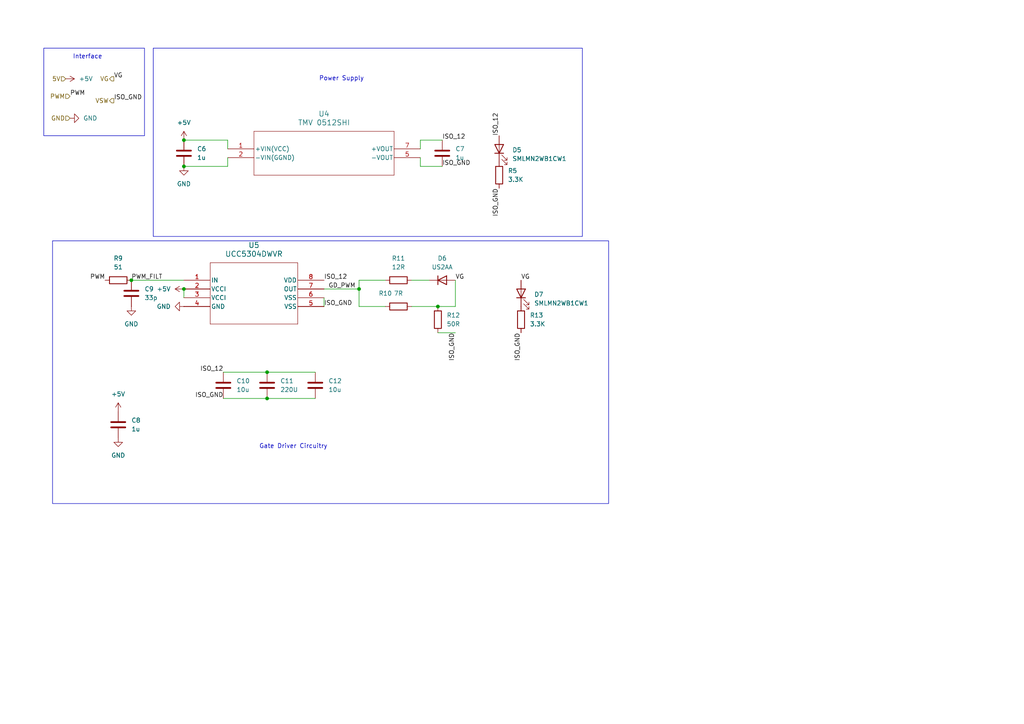
<source format=kicad_sch>
(kicad_sch
	(version 20250114)
	(generator "eeschema")
	(generator_version "9.0")
	(uuid "e72f36e0-1e81-4b28-9412-540a47e2f276")
	(paper "A4")
	(title_block
		(title "Lecture_Tutorial")
		(date "2025-02-20")
		(rev "R0")
		(company "AbdullahZafar")
	)
	(lib_symbols
		(symbol "2025-02-18_19-35-50:UCC5304DWVR"
			(pin_names
				(offset 0.254)
			)
			(exclude_from_sim no)
			(in_bom yes)
			(on_board yes)
			(property "Reference" "U"
				(at 20.32 10.16 0)
				(effects
					(font
						(size 1.524 1.524)
					)
				)
			)
			(property "Value" "UCC5304DWVR"
				(at 20.32 7.62 0)
				(effects
					(font
						(size 1.524 1.524)
					)
				)
			)
			(property "Footprint" "SOIC8_DWV_TEX"
				(at 0 0 0)
				(effects
					(font
						(size 1.27 1.27)
						(italic yes)
					)
					(hide yes)
				)
			)
			(property "Datasheet" "UCC5304DWVR"
				(at 0 0 0)
				(effects
					(font
						(size 1.27 1.27)
						(italic yes)
					)
					(hide yes)
				)
			)
			(property "Description" ""
				(at 0 0 0)
				(effects
					(font
						(size 1.27 1.27)
					)
					(hide yes)
				)
			)
			(property "ki_locked" ""
				(at 0 0 0)
				(effects
					(font
						(size 1.27 1.27)
					)
				)
			)
			(property "ki_keywords" "UCC5304DWVR"
				(at 0 0 0)
				(effects
					(font
						(size 1.27 1.27)
					)
					(hide yes)
				)
			)
			(property "ki_fp_filters" "SOIC8_DWV_TEX SOIC8_DWV_TEX-M SOIC8_DWV_TEX-L"
				(at 0 0 0)
				(effects
					(font
						(size 1.27 1.27)
					)
					(hide yes)
				)
			)
			(symbol "UCC5304DWVR_0_1"
				(polyline
					(pts
						(xy 7.62 5.08) (xy 7.62 -12.7)
					)
					(stroke
						(width 0.127)
						(type default)
					)
					(fill
						(type none)
					)
				)
				(polyline
					(pts
						(xy 7.62 -12.7) (xy 33.02 -12.7)
					)
					(stroke
						(width 0.127)
						(type default)
					)
					(fill
						(type none)
					)
				)
				(polyline
					(pts
						(xy 33.02 5.08) (xy 7.62 5.08)
					)
					(stroke
						(width 0.127)
						(type default)
					)
					(fill
						(type none)
					)
				)
				(polyline
					(pts
						(xy 33.02 -12.7) (xy 33.02 5.08)
					)
					(stroke
						(width 0.127)
						(type default)
					)
					(fill
						(type none)
					)
				)
				(pin input line
					(at 0 0 0)
					(length 7.62)
					(name "IN"
						(effects
							(font
								(size 1.27 1.27)
							)
						)
					)
					(number "1"
						(effects
							(font
								(size 1.27 1.27)
							)
						)
					)
				)
				(pin power_in line
					(at 0 -2.54 0)
					(length 7.62)
					(name "VCCI"
						(effects
							(font
								(size 1.27 1.27)
							)
						)
					)
					(number "2"
						(effects
							(font
								(size 1.27 1.27)
							)
						)
					)
				)
				(pin power_in line
					(at 0 -5.08 0)
					(length 7.62)
					(name "VCCI"
						(effects
							(font
								(size 1.27 1.27)
							)
						)
					)
					(number "3"
						(effects
							(font
								(size 1.27 1.27)
							)
						)
					)
				)
				(pin power_out line
					(at 0 -7.62 0)
					(length 7.62)
					(name "GND"
						(effects
							(font
								(size 1.27 1.27)
							)
						)
					)
					(number "4"
						(effects
							(font
								(size 1.27 1.27)
							)
						)
					)
				)
				(pin power_in line
					(at 40.64 0 180)
					(length 7.62)
					(name "VDD"
						(effects
							(font
								(size 1.27 1.27)
							)
						)
					)
					(number "8"
						(effects
							(font
								(size 1.27 1.27)
							)
						)
					)
				)
				(pin output line
					(at 40.64 -2.54 180)
					(length 7.62)
					(name "OUT"
						(effects
							(font
								(size 1.27 1.27)
							)
						)
					)
					(number "7"
						(effects
							(font
								(size 1.27 1.27)
							)
						)
					)
				)
				(pin power_out line
					(at 40.64 -5.08 180)
					(length 7.62)
					(name "VSS"
						(effects
							(font
								(size 1.27 1.27)
							)
						)
					)
					(number "6"
						(effects
							(font
								(size 1.27 1.27)
							)
						)
					)
				)
				(pin power_out line
					(at 40.64 -7.62 180)
					(length 7.62)
					(name "VSS"
						(effects
							(font
								(size 1.27 1.27)
							)
						)
					)
					(number "5"
						(effects
							(font
								(size 1.27 1.27)
							)
						)
					)
				)
			)
			(embedded_fonts no)
		)
		(symbol "2025-02-22_01-23-13:TMV_0512SHI"
			(pin_names
				(offset 0.254)
			)
			(exclude_from_sim no)
			(in_bom yes)
			(on_board yes)
			(property "Reference" "U"
				(at 27.94 10.16 0)
				(effects
					(font
						(size 1.524 1.524)
					)
				)
			)
			(property "Value" "TMV 0512SHI"
				(at 27.94 7.62 0)
				(effects
					(font
						(size 1.524 1.524)
					)
				)
			)
			(property "Footprint" "TMV-HI_SINGLE_TRP"
				(at 0 0 0)
				(effects
					(font
						(size 1.27 1.27)
						(italic yes)
					)
					(hide yes)
				)
			)
			(property "Datasheet" "TMV 0512SHI"
				(at 0 0 0)
				(effects
					(font
						(size 1.27 1.27)
						(italic yes)
					)
					(hide yes)
				)
			)
			(property "Description" ""
				(at 0 0 0)
				(effects
					(font
						(size 1.27 1.27)
					)
					(hide yes)
				)
			)
			(property "ki_locked" ""
				(at 0 0 0)
				(effects
					(font
						(size 1.27 1.27)
					)
				)
			)
			(property "ki_keywords" "TMV 0512SHI"
				(at 0 0 0)
				(effects
					(font
						(size 1.27 1.27)
					)
					(hide yes)
				)
			)
			(property "ki_fp_filters" "TMV-HI_SINGLE_TRP"
				(at 0 0 0)
				(effects
					(font
						(size 1.27 1.27)
					)
					(hide yes)
				)
			)
			(symbol "TMV_0512SHI_0_1"
				(polyline
					(pts
						(xy 7.62 5.08) (xy 7.62 -7.62)
					)
					(stroke
						(width 0.127)
						(type default)
					)
					(fill
						(type none)
					)
				)
				(polyline
					(pts
						(xy 7.62 -7.62) (xy 48.26 -7.62)
					)
					(stroke
						(width 0.127)
						(type default)
					)
					(fill
						(type none)
					)
				)
				(polyline
					(pts
						(xy 48.26 5.08) (xy 7.62 5.08)
					)
					(stroke
						(width 0.127)
						(type default)
					)
					(fill
						(type none)
					)
				)
				(polyline
					(pts
						(xy 48.26 -7.62) (xy 48.26 5.08)
					)
					(stroke
						(width 0.127)
						(type default)
					)
					(fill
						(type none)
					)
				)
				(pin power_in line
					(at 0 0 0)
					(length 7.62)
					(name "+VIN(VCC)"
						(effects
							(font
								(size 1.27 1.27)
							)
						)
					)
					(number "1"
						(effects
							(font
								(size 1.27 1.27)
							)
						)
					)
				)
				(pin power_in line
					(at 0 -2.54 0)
					(length 7.62)
					(name "-VIN(GGND)"
						(effects
							(font
								(size 1.27 1.27)
							)
						)
					)
					(number "2"
						(effects
							(font
								(size 1.27 1.27)
							)
						)
					)
				)
				(pin output line
					(at 55.88 0 180)
					(length 7.62)
					(name "+VOUT"
						(effects
							(font
								(size 1.27 1.27)
							)
						)
					)
					(number "7"
						(effects
							(font
								(size 1.27 1.27)
							)
						)
					)
				)
				(pin output line
					(at 55.88 -2.54 180)
					(length 7.62)
					(name "-VOUT"
						(effects
							(font
								(size 1.27 1.27)
							)
						)
					)
					(number "5"
						(effects
							(font
								(size 1.27 1.27)
							)
						)
					)
				)
			)
			(embedded_fonts no)
		)
		(symbol "Device:C"
			(pin_numbers
				(hide yes)
			)
			(pin_names
				(offset 0.254)
			)
			(exclude_from_sim no)
			(in_bom yes)
			(on_board yes)
			(property "Reference" "C"
				(at 0.635 2.54 0)
				(effects
					(font
						(size 1.27 1.27)
					)
					(justify left)
				)
			)
			(property "Value" "C"
				(at 0.635 -2.54 0)
				(effects
					(font
						(size 1.27 1.27)
					)
					(justify left)
				)
			)
			(property "Footprint" ""
				(at 0.9652 -3.81 0)
				(effects
					(font
						(size 1.27 1.27)
					)
					(hide yes)
				)
			)
			(property "Datasheet" "~"
				(at 0 0 0)
				(effects
					(font
						(size 1.27 1.27)
					)
					(hide yes)
				)
			)
			(property "Description" "Unpolarized capacitor"
				(at 0 0 0)
				(effects
					(font
						(size 1.27 1.27)
					)
					(hide yes)
				)
			)
			(property "ki_keywords" "cap capacitor"
				(at 0 0 0)
				(effects
					(font
						(size 1.27 1.27)
					)
					(hide yes)
				)
			)
			(property "ki_fp_filters" "C_*"
				(at 0 0 0)
				(effects
					(font
						(size 1.27 1.27)
					)
					(hide yes)
				)
			)
			(symbol "C_0_1"
				(polyline
					(pts
						(xy -2.032 0.762) (xy 2.032 0.762)
					)
					(stroke
						(width 0.508)
						(type default)
					)
					(fill
						(type none)
					)
				)
				(polyline
					(pts
						(xy -2.032 -0.762) (xy 2.032 -0.762)
					)
					(stroke
						(width 0.508)
						(type default)
					)
					(fill
						(type none)
					)
				)
			)
			(symbol "C_1_1"
				(pin passive line
					(at 0 3.81 270)
					(length 2.794)
					(name "~"
						(effects
							(font
								(size 1.27 1.27)
							)
						)
					)
					(number "1"
						(effects
							(font
								(size 1.27 1.27)
							)
						)
					)
				)
				(pin passive line
					(at 0 -3.81 90)
					(length 2.794)
					(name "~"
						(effects
							(font
								(size 1.27 1.27)
							)
						)
					)
					(number "2"
						(effects
							(font
								(size 1.27 1.27)
							)
						)
					)
				)
			)
			(embedded_fonts no)
		)
		(symbol "Device:LED"
			(pin_numbers
				(hide yes)
			)
			(pin_names
				(offset 1.016)
				(hide yes)
			)
			(exclude_from_sim no)
			(in_bom yes)
			(on_board yes)
			(property "Reference" "D"
				(at 0 2.54 0)
				(effects
					(font
						(size 1.27 1.27)
					)
				)
			)
			(property "Value" "LED"
				(at 0 -2.54 0)
				(effects
					(font
						(size 1.27 1.27)
					)
				)
			)
			(property "Footprint" ""
				(at 0 0 0)
				(effects
					(font
						(size 1.27 1.27)
					)
					(hide yes)
				)
			)
			(property "Datasheet" "~"
				(at 0 0 0)
				(effects
					(font
						(size 1.27 1.27)
					)
					(hide yes)
				)
			)
			(property "Description" "Light emitting diode"
				(at 0 0 0)
				(effects
					(font
						(size 1.27 1.27)
					)
					(hide yes)
				)
			)
			(property "Sim.Pins" "1=K 2=A"
				(at 0 0 0)
				(effects
					(font
						(size 1.27 1.27)
					)
					(hide yes)
				)
			)
			(property "ki_keywords" "LED diode"
				(at 0 0 0)
				(effects
					(font
						(size 1.27 1.27)
					)
					(hide yes)
				)
			)
			(property "ki_fp_filters" "LED* LED_SMD:* LED_THT:*"
				(at 0 0 0)
				(effects
					(font
						(size 1.27 1.27)
					)
					(hide yes)
				)
			)
			(symbol "LED_0_1"
				(polyline
					(pts
						(xy -3.048 -0.762) (xy -4.572 -2.286) (xy -3.81 -2.286) (xy -4.572 -2.286) (xy -4.572 -1.524)
					)
					(stroke
						(width 0)
						(type default)
					)
					(fill
						(type none)
					)
				)
				(polyline
					(pts
						(xy -1.778 -0.762) (xy -3.302 -2.286) (xy -2.54 -2.286) (xy -3.302 -2.286) (xy -3.302 -1.524)
					)
					(stroke
						(width 0)
						(type default)
					)
					(fill
						(type none)
					)
				)
				(polyline
					(pts
						(xy -1.27 0) (xy 1.27 0)
					)
					(stroke
						(width 0)
						(type default)
					)
					(fill
						(type none)
					)
				)
				(polyline
					(pts
						(xy -1.27 -1.27) (xy -1.27 1.27)
					)
					(stroke
						(width 0.254)
						(type default)
					)
					(fill
						(type none)
					)
				)
				(polyline
					(pts
						(xy 1.27 -1.27) (xy 1.27 1.27) (xy -1.27 0) (xy 1.27 -1.27)
					)
					(stroke
						(width 0.254)
						(type default)
					)
					(fill
						(type none)
					)
				)
			)
			(symbol "LED_1_1"
				(pin passive line
					(at -3.81 0 0)
					(length 2.54)
					(name "K"
						(effects
							(font
								(size 1.27 1.27)
							)
						)
					)
					(number "1"
						(effects
							(font
								(size 1.27 1.27)
							)
						)
					)
				)
				(pin passive line
					(at 3.81 0 180)
					(length 2.54)
					(name "A"
						(effects
							(font
								(size 1.27 1.27)
							)
						)
					)
					(number "2"
						(effects
							(font
								(size 1.27 1.27)
							)
						)
					)
				)
			)
			(embedded_fonts no)
		)
		(symbol "Device:R"
			(pin_numbers
				(hide yes)
			)
			(pin_names
				(offset 0)
			)
			(exclude_from_sim no)
			(in_bom yes)
			(on_board yes)
			(property "Reference" "R"
				(at 2.032 0 90)
				(effects
					(font
						(size 1.27 1.27)
					)
				)
			)
			(property "Value" "R"
				(at 0 0 90)
				(effects
					(font
						(size 1.27 1.27)
					)
				)
			)
			(property "Footprint" ""
				(at -1.778 0 90)
				(effects
					(font
						(size 1.27 1.27)
					)
					(hide yes)
				)
			)
			(property "Datasheet" "~"
				(at 0 0 0)
				(effects
					(font
						(size 1.27 1.27)
					)
					(hide yes)
				)
			)
			(property "Description" "Resistor"
				(at 0 0 0)
				(effects
					(font
						(size 1.27 1.27)
					)
					(hide yes)
				)
			)
			(property "ki_keywords" "R res resistor"
				(at 0 0 0)
				(effects
					(font
						(size 1.27 1.27)
					)
					(hide yes)
				)
			)
			(property "ki_fp_filters" "R_*"
				(at 0 0 0)
				(effects
					(font
						(size 1.27 1.27)
					)
					(hide yes)
				)
			)
			(symbol "R_0_1"
				(rectangle
					(start -1.016 -2.54)
					(end 1.016 2.54)
					(stroke
						(width 0.254)
						(type default)
					)
					(fill
						(type none)
					)
				)
			)
			(symbol "R_1_1"
				(pin passive line
					(at 0 3.81 270)
					(length 1.27)
					(name "~"
						(effects
							(font
								(size 1.27 1.27)
							)
						)
					)
					(number "1"
						(effects
							(font
								(size 1.27 1.27)
							)
						)
					)
				)
				(pin passive line
					(at 0 -3.81 90)
					(length 1.27)
					(name "~"
						(effects
							(font
								(size 1.27 1.27)
							)
						)
					)
					(number "2"
						(effects
							(font
								(size 1.27 1.27)
							)
						)
					)
				)
			)
			(embedded_fonts no)
		)
		(symbol "Diode:US2AA"
			(pin_numbers
				(hide yes)
			)
			(pin_names
				(hide yes)
			)
			(exclude_from_sim no)
			(in_bom yes)
			(on_board yes)
			(property "Reference" "D"
				(at 0 2.54 0)
				(effects
					(font
						(size 1.27 1.27)
					)
				)
			)
			(property "Value" "US2AA"
				(at 0 -2.54 0)
				(effects
					(font
						(size 1.27 1.27)
					)
				)
			)
			(property "Footprint" "Diode_SMD:D_SMA"
				(at 0 -4.445 0)
				(effects
					(font
						(size 1.27 1.27)
					)
					(hide yes)
				)
			)
			(property "Datasheet" "https://www.onsemi.com/pub/Collateral/US2AA-D.PDF"
				(at 0 0 0)
				(effects
					(font
						(size 1.27 1.27)
					)
					(hide yes)
				)
			)
			(property "Description" "50V, 1.5A, General Purpose Rectifier Diode, SMA(DO-214AC)"
				(at 0 0 0)
				(effects
					(font
						(size 1.27 1.27)
					)
					(hide yes)
				)
			)
			(property "Sim.Device" "D"
				(at 0 0 0)
				(effects
					(font
						(size 1.27 1.27)
					)
					(hide yes)
				)
			)
			(property "Sim.Pins" "1=K 2=A"
				(at 0 0 0)
				(effects
					(font
						(size 1.27 1.27)
					)
					(hide yes)
				)
			)
			(property "ki_keywords" "Super Fast"
				(at 0 0 0)
				(effects
					(font
						(size 1.27 1.27)
					)
					(hide yes)
				)
			)
			(property "ki_fp_filters" "D*SMA*"
				(at 0 0 0)
				(effects
					(font
						(size 1.27 1.27)
					)
					(hide yes)
				)
			)
			(symbol "US2AA_0_1"
				(polyline
					(pts
						(xy -1.27 1.27) (xy -1.27 -1.27)
					)
					(stroke
						(width 0.254)
						(type default)
					)
					(fill
						(type none)
					)
				)
				(polyline
					(pts
						(xy 1.27 1.27) (xy 1.27 -1.27) (xy -1.27 0) (xy 1.27 1.27)
					)
					(stroke
						(width 0.254)
						(type default)
					)
					(fill
						(type none)
					)
				)
				(polyline
					(pts
						(xy 1.27 0) (xy -1.27 0)
					)
					(stroke
						(width 0)
						(type default)
					)
					(fill
						(type none)
					)
				)
			)
			(symbol "US2AA_1_1"
				(pin passive line
					(at -3.81 0 0)
					(length 2.54)
					(name "K"
						(effects
							(font
								(size 1.27 1.27)
							)
						)
					)
					(number "1"
						(effects
							(font
								(size 1.27 1.27)
							)
						)
					)
				)
				(pin passive line
					(at 3.81 0 180)
					(length 2.54)
					(name "A"
						(effects
							(font
								(size 1.27 1.27)
							)
						)
					)
					(number "2"
						(effects
							(font
								(size 1.27 1.27)
							)
						)
					)
				)
			)
			(embedded_fonts no)
		)
		(symbol "power:+5V"
			(power)
			(pin_numbers
				(hide yes)
			)
			(pin_names
				(offset 0)
				(hide yes)
			)
			(exclude_from_sim no)
			(in_bom yes)
			(on_board yes)
			(property "Reference" "#PWR"
				(at 0 -3.81 0)
				(effects
					(font
						(size 1.27 1.27)
					)
					(hide yes)
				)
			)
			(property "Value" "+5V"
				(at 0 3.556 0)
				(effects
					(font
						(size 1.27 1.27)
					)
				)
			)
			(property "Footprint" ""
				(at 0 0 0)
				(effects
					(font
						(size 1.27 1.27)
					)
					(hide yes)
				)
			)
			(property "Datasheet" ""
				(at 0 0 0)
				(effects
					(font
						(size 1.27 1.27)
					)
					(hide yes)
				)
			)
			(property "Description" "Power symbol creates a global label with name \"+5V\""
				(at 0 0 0)
				(effects
					(font
						(size 1.27 1.27)
					)
					(hide yes)
				)
			)
			(property "ki_keywords" "global power"
				(at 0 0 0)
				(effects
					(font
						(size 1.27 1.27)
					)
					(hide yes)
				)
			)
			(symbol "+5V_0_1"
				(polyline
					(pts
						(xy -0.762 1.27) (xy 0 2.54)
					)
					(stroke
						(width 0)
						(type default)
					)
					(fill
						(type none)
					)
				)
				(polyline
					(pts
						(xy 0 2.54) (xy 0.762 1.27)
					)
					(stroke
						(width 0)
						(type default)
					)
					(fill
						(type none)
					)
				)
				(polyline
					(pts
						(xy 0 0) (xy 0 2.54)
					)
					(stroke
						(width 0)
						(type default)
					)
					(fill
						(type none)
					)
				)
			)
			(symbol "+5V_1_1"
				(pin power_in line
					(at 0 0 90)
					(length 0)
					(name "~"
						(effects
							(font
								(size 1.27 1.27)
							)
						)
					)
					(number "1"
						(effects
							(font
								(size 1.27 1.27)
							)
						)
					)
				)
			)
			(embedded_fonts no)
		)
		(symbol "power:GND"
			(power)
			(pin_numbers
				(hide yes)
			)
			(pin_names
				(offset 0)
				(hide yes)
			)
			(exclude_from_sim no)
			(in_bom yes)
			(on_board yes)
			(property "Reference" "#PWR"
				(at 0 -6.35 0)
				(effects
					(font
						(size 1.27 1.27)
					)
					(hide yes)
				)
			)
			(property "Value" "GND"
				(at 0 -3.81 0)
				(effects
					(font
						(size 1.27 1.27)
					)
				)
			)
			(property "Footprint" ""
				(at 0 0 0)
				(effects
					(font
						(size 1.27 1.27)
					)
					(hide yes)
				)
			)
			(property "Datasheet" ""
				(at 0 0 0)
				(effects
					(font
						(size 1.27 1.27)
					)
					(hide yes)
				)
			)
			(property "Description" "Power symbol creates a global label with name \"GND\" , ground"
				(at 0 0 0)
				(effects
					(font
						(size 1.27 1.27)
					)
					(hide yes)
				)
			)
			(property "ki_keywords" "global power"
				(at 0 0 0)
				(effects
					(font
						(size 1.27 1.27)
					)
					(hide yes)
				)
			)
			(symbol "GND_0_1"
				(polyline
					(pts
						(xy 0 0) (xy 0 -1.27) (xy 1.27 -1.27) (xy 0 -2.54) (xy -1.27 -1.27) (xy 0 -1.27)
					)
					(stroke
						(width 0)
						(type default)
					)
					(fill
						(type none)
					)
				)
			)
			(symbol "GND_1_1"
				(pin power_in line
					(at 0 0 270)
					(length 0)
					(name "~"
						(effects
							(font
								(size 1.27 1.27)
							)
						)
					)
					(number "1"
						(effects
							(font
								(size 1.27 1.27)
							)
						)
					)
				)
			)
			(embedded_fonts no)
		)
	)
	(rectangle
		(start 12.7 13.97)
		(end 41.91 39.37)
		(stroke
			(width 0)
			(type default)
		)
		(fill
			(type none)
		)
		(uuid 2004a15e-3457-4ca0-9532-f3a67bef5417)
	)
	(rectangle
		(start 44.45 13.97)
		(end 168.91 68.58)
		(stroke
			(width 0)
			(type default)
		)
		(fill
			(type none)
		)
		(uuid a0eabbd4-e1be-42b0-b478-eaa0587f8c37)
	)
	(rectangle
		(start 15.24 69.85)
		(end 176.53 146.05)
		(stroke
			(width 0)
			(type default)
		)
		(fill
			(type none)
		)
		(uuid ea493d45-4c80-40f1-8bd7-ecd65e2514f9)
	)
	(text "Interface\n"
		(exclude_from_sim no)
		(at 25.4 16.51 0)
		(effects
			(font
				(size 1.27 1.27)
			)
		)
		(uuid "4484626b-7525-4ab2-8f17-b496776df540")
	)
	(text "Power Supply\n"
		(exclude_from_sim no)
		(at 99.06 22.86 0)
		(effects
			(font
				(size 1.27 1.27)
			)
		)
		(uuid "71a51919-ccf2-436b-b40e-ec26b62f8021")
	)
	(text "Gate Driver Circuitry\n"
		(exclude_from_sim no)
		(at 85.09 129.54 0)
		(effects
			(font
				(size 1.27 1.27)
			)
		)
		(uuid "c8a46679-93d6-4433-a02f-d29397f27860")
	)
	(junction
		(at 53.34 83.82)
		(diameter 0)
		(color 0 0 0 0)
		(uuid "012d6350-e678-4b3f-93a9-913bb7e91c5c")
	)
	(junction
		(at 53.34 40.64)
		(diameter 0)
		(color 0 0 0 0)
		(uuid "21f96564-6901-407e-82bb-947d87303adf")
	)
	(junction
		(at 38.1 81.28)
		(diameter 0)
		(color 0 0 0 0)
		(uuid "788b0298-44b7-4246-9f0d-e34c39c65abc")
	)
	(junction
		(at 77.47 115.57)
		(diameter 0)
		(color 0 0 0 0)
		(uuid "82d62608-35f6-46b2-94b8-4475b74f8ba7")
	)
	(junction
		(at 77.47 107.95)
		(diameter 0)
		(color 0 0 0 0)
		(uuid "85426458-1371-4690-ab7d-ec378943bdc7")
	)
	(junction
		(at 127 88.9)
		(diameter 0)
		(color 0 0 0 0)
		(uuid "87f81cd6-fb33-4a8f-b565-bc14737cdde3")
	)
	(junction
		(at 53.34 48.26)
		(diameter 0)
		(color 0 0 0 0)
		(uuid "ada73687-3e4d-4667-845b-ae6a973d6794")
	)
	(junction
		(at 104.14 83.82)
		(diameter 0)
		(color 0 0 0 0)
		(uuid "cf2e65f0-5f8a-4716-a757-d21673d01180")
	)
	(wire
		(pts
			(xy 119.38 88.9) (xy 127 88.9)
		)
		(stroke
			(width 0)
			(type default)
		)
		(uuid "2268ae32-49d1-48f6-b66e-6619863c0c91")
	)
	(wire
		(pts
			(xy 119.38 81.28) (xy 124.46 81.28)
		)
		(stroke
			(width 0)
			(type default)
		)
		(uuid "2539c1e7-79c7-4e2c-b9c0-448a62618cbe")
	)
	(wire
		(pts
			(xy 104.14 81.28) (xy 111.76 81.28)
		)
		(stroke
			(width 0)
			(type default)
		)
		(uuid "32e7ca04-4aa6-45cb-b51d-bbaa8c7d5639")
	)
	(wire
		(pts
			(xy 104.14 83.82) (xy 104.14 81.28)
		)
		(stroke
			(width 0)
			(type default)
		)
		(uuid "34d03228-f65b-41e5-8ef0-251b35772f66")
	)
	(wire
		(pts
			(xy 121.92 40.64) (xy 121.92 43.18)
		)
		(stroke
			(width 0)
			(type default)
		)
		(uuid "4a5a8179-dae3-4c58-ad91-7e9f9e32d9ef")
	)
	(wire
		(pts
			(xy 53.34 83.82) (xy 53.34 86.36)
		)
		(stroke
			(width 0)
			(type default)
		)
		(uuid "53e53cc2-915e-41be-b74c-2bd2f6444be3")
	)
	(wire
		(pts
			(xy 38.1 81.28) (xy 53.34 81.28)
		)
		(stroke
			(width 0)
			(type default)
		)
		(uuid "5618407d-49bd-430f-a9c1-afdecf68d095")
	)
	(wire
		(pts
			(xy 127 96.52) (xy 132.08 96.52)
		)
		(stroke
			(width 0)
			(type default)
		)
		(uuid "5bc2b99a-8b0a-4d70-9d1c-87f0874edb8f")
	)
	(wire
		(pts
			(xy 111.76 88.9) (xy 104.14 88.9)
		)
		(stroke
			(width 0)
			(type default)
		)
		(uuid "6c3afdbc-af20-4f0a-93a6-98f7ff941fc9")
	)
	(wire
		(pts
			(xy 66.04 43.18) (xy 66.04 40.64)
		)
		(stroke
			(width 0)
			(type default)
		)
		(uuid "71c6cd66-d385-4f81-9f38-8f2bcd9ab85a")
	)
	(wire
		(pts
			(xy 64.77 107.95) (xy 77.47 107.95)
		)
		(stroke
			(width 0)
			(type default)
		)
		(uuid "8c30da72-db50-41ba-ac59-820c7eb01da7")
	)
	(wire
		(pts
			(xy 121.92 48.26) (xy 128.27 48.26)
		)
		(stroke
			(width 0)
			(type default)
		)
		(uuid "8d2be6ec-eab4-421c-b403-8e0a0724391f")
	)
	(wire
		(pts
			(xy 64.77 115.57) (xy 77.47 115.57)
		)
		(stroke
			(width 0)
			(type default)
		)
		(uuid "8f16dc16-c75b-4764-b449-0dc2c3a25a6b")
	)
	(wire
		(pts
			(xy 104.14 88.9) (xy 104.14 83.82)
		)
		(stroke
			(width 0)
			(type default)
		)
		(uuid "9a161a34-9a4d-4407-8920-2a53d1207c38")
	)
	(wire
		(pts
			(xy 128.27 40.64) (xy 121.92 40.64)
		)
		(stroke
			(width 0)
			(type default)
		)
		(uuid "a3dc0fef-82b9-471c-9516-539afff5debf")
	)
	(wire
		(pts
			(xy 132.08 88.9) (xy 127 88.9)
		)
		(stroke
			(width 0)
			(type default)
		)
		(uuid "b0ab6c25-766d-4b78-9cfd-299ea481f1fc")
	)
	(wire
		(pts
			(xy 66.04 48.26) (xy 53.34 48.26)
		)
		(stroke
			(width 0)
			(type default)
		)
		(uuid "b1dd3104-51d5-4eab-8e8d-f357d350179b")
	)
	(wire
		(pts
			(xy 93.98 86.36) (xy 93.98 88.9)
		)
		(stroke
			(width 0)
			(type default)
		)
		(uuid "bef19ca3-c74a-4021-beda-c540f9243eea")
	)
	(wire
		(pts
			(xy 121.92 45.72) (xy 121.92 48.26)
		)
		(stroke
			(width 0)
			(type default)
		)
		(uuid "c00db0ae-8c28-4de8-be0e-ca35219416f4")
	)
	(wire
		(pts
			(xy 132.08 81.28) (xy 132.08 88.9)
		)
		(stroke
			(width 0)
			(type default)
		)
		(uuid "c76e06a5-1cef-486f-8b81-7e6338441964")
	)
	(wire
		(pts
			(xy 93.98 83.82) (xy 104.14 83.82)
		)
		(stroke
			(width 0)
			(type default)
		)
		(uuid "d14b0b3b-f970-438c-9331-b3b0b625e315")
	)
	(wire
		(pts
			(xy 66.04 40.64) (xy 53.34 40.64)
		)
		(stroke
			(width 0)
			(type default)
		)
		(uuid "d5bef0ed-2683-4b75-95af-a7692f6f0be5")
	)
	(wire
		(pts
			(xy 66.04 45.72) (xy 66.04 48.26)
		)
		(stroke
			(width 0)
			(type default)
		)
		(uuid "d7ca96dd-22f4-4ad9-9975-4324e2ddf6f5")
	)
	(wire
		(pts
			(xy 77.47 115.57) (xy 91.44 115.57)
		)
		(stroke
			(width 0)
			(type default)
		)
		(uuid "e99a7551-3057-41ef-9141-7781c74642ba")
	)
	(wire
		(pts
			(xy 77.47 107.95) (xy 91.44 107.95)
		)
		(stroke
			(width 0)
			(type default)
		)
		(uuid "f79921d6-c75a-4765-acdc-f8dfa3e0e4e6")
	)
	(label "ISO_12"
		(at 128.27 40.64 0)
		(effects
			(font
				(size 1.27 1.27)
			)
			(justify left bottom)
		)
		(uuid "0055a4af-8906-484e-8a35-7e0961fe524a")
	)
	(label "PWM_FILT"
		(at 38.1 81.28 0)
		(effects
			(font
				(size 1.27 1.27)
			)
			(justify left bottom)
		)
		(uuid "1ef12d21-8fc9-498d-819b-0f943bd9d3ad")
	)
	(label "ISO_GND"
		(at 33.02 29.21 0)
		(effects
			(font
				(size 1.27 1.27)
			)
			(justify left bottom)
		)
		(uuid "2a4f6bf9-fa73-4ddf-ad9f-853090da9523")
	)
	(label "PWM"
		(at 20.32 27.94 0)
		(effects
			(font
				(size 1.27 1.27)
			)
			(justify left bottom)
		)
		(uuid "2d699023-70fe-417d-82d1-be30863903a8")
	)
	(label "ISO_GND"
		(at 128.27 48.26 0)
		(effects
			(font
				(size 1.27 1.27)
			)
			(justify left bottom)
		)
		(uuid "31c3df49-48aa-4f60-bf75-1870611e9dc8")
	)
	(label "ISO_GND"
		(at 93.98 88.9 0)
		(effects
			(font
				(size 1.27 1.27)
			)
			(justify left bottom)
		)
		(uuid "3de37963-d609-4dd6-a51e-7f5495b2d2f8")
	)
	(label "ISO_GND"
		(at 144.78 54.61 270)
		(effects
			(font
				(size 1.27 1.27)
			)
			(justify right bottom)
		)
		(uuid "41f8a287-dac2-469f-9f3b-056a9338d473")
	)
	(label "ISO_GND"
		(at 151.13 96.52 270)
		(effects
			(font
				(size 1.27 1.27)
			)
			(justify right bottom)
		)
		(uuid "67b7c16c-c16f-4b4c-b38a-12cfb3e8c644")
	)
	(label "ISO_12"
		(at 64.77 107.95 180)
		(effects
			(font
				(size 1.27 1.27)
			)
			(justify right bottom)
		)
		(uuid "92f05aa1-a26b-4d8f-8e81-40d25ccca1d8")
	)
	(label "VG"
		(at 33.02 22.86 0)
		(effects
			(font
				(size 1.27 1.27)
			)
			(justify left bottom)
		)
		(uuid "9538bc1e-eb94-4d16-90e8-22a5afcf40dc")
	)
	(label "VG"
		(at 132.08 81.28 0)
		(effects
			(font
				(size 1.27 1.27)
			)
			(justify left bottom)
		)
		(uuid "a695fdc2-b163-4df7-b2a6-0808c2b97a04")
	)
	(label "GD_PWM"
		(at 95.25 83.82 0)
		(effects
			(font
				(size 1.27 1.27)
			)
			(justify left bottom)
		)
		(uuid "a6995816-9225-4b83-81c7-9e63a101c64b")
	)
	(label "ISO_GND"
		(at 132.08 96.52 270)
		(effects
			(font
				(size 1.27 1.27)
			)
			(justify right bottom)
		)
		(uuid "aa85ba19-6830-407b-8cbb-32961e657ebf")
	)
	(label "PWM"
		(at 30.48 81.28 180)
		(effects
			(font
				(size 1.27 1.27)
			)
			(justify right bottom)
		)
		(uuid "c64b7ac2-3ce2-434c-b94c-af59c04ff32d")
	)
	(label "ISO_12"
		(at 144.78 39.37 90)
		(effects
			(font
				(size 1.27 1.27)
			)
			(justify left bottom)
		)
		(uuid "d71ee7e8-119a-4b8f-8777-2e5084612240")
	)
	(label "ISO_12"
		(at 93.98 81.28 0)
		(effects
			(font
				(size 1.27 1.27)
			)
			(justify left bottom)
		)
		(uuid "eec3bb8c-c98c-4182-9fa9-89fb9ca183ed")
	)
	(label "VG"
		(at 151.13 81.28 0)
		(effects
			(font
				(size 1.27 1.27)
			)
			(justify left bottom)
		)
		(uuid "ef68c907-7dc0-4002-9495-1367d1e11e22")
	)
	(label "ISO_GND"
		(at 64.77 115.57 180)
		(effects
			(font
				(size 1.27 1.27)
			)
			(justify right bottom)
		)
		(uuid "fa1bfaee-408d-4699-a7fd-4a648d51d261")
	)
	(hierarchical_label "VSW"
		(shape output)
		(at 33.02 29.21 180)
		(effects
			(font
				(size 1.27 1.27)
			)
			(justify right)
		)
		(uuid "5e8d06fa-0ecc-4579-b162-d382eb484c32")
	)
	(hierarchical_label "GND"
		(shape input)
		(at 20.32 34.29 180)
		(effects
			(font
				(size 1.27 1.27)
			)
			(justify right)
		)
		(uuid "85476871-ddfd-4a09-a000-e94f3c986313")
	)
	(hierarchical_label "5V"
		(shape input)
		(at 19.05 22.86 180)
		(effects
			(font
				(size 1.27 1.27)
			)
			(justify right)
		)
		(uuid "9fe429fb-c465-4508-8d32-a60b88ae2c36")
	)
	(hierarchical_label "VG"
		(shape output)
		(at 33.02 22.86 180)
		(effects
			(font
				(size 1.27 1.27)
			)
			(justify right)
		)
		(uuid "cfac16cf-e55b-4d22-b891-74ae447cdd5a")
	)
	(hierarchical_label "PWM"
		(shape input)
		(at 20.32 27.94 180)
		(effects
			(font
				(size 1.27 1.27)
			)
			(justify right)
		)
		(uuid "d52b3a53-f0e2-44b5-85f2-be92de5a293f")
	)
	(symbol
		(lib_id "Device:C")
		(at 38.1 85.09 0)
		(unit 1)
		(exclude_from_sim no)
		(in_bom yes)
		(on_board yes)
		(dnp no)
		(fields_autoplaced yes)
		(uuid "000a8669-e853-4546-95a4-740462a43970")
		(property "Reference" "C9"
			(at 41.91 83.8199 0)
			(effects
				(font
					(size 1.27 1.27)
				)
				(justify left)
			)
		)
		(property "Value" "33p"
			(at 41.91 86.3599 0)
			(effects
				(font
					(size 1.27 1.27)
				)
				(justify left)
			)
		)
		(property "Footprint" "Capacitor_SMD:C_0805_2012Metric_Pad1.18x1.45mm_HandSolder"
			(at 39.0652 88.9 0)
			(effects
				(font
					(size 1.27 1.27)
				)
				(hide yes)
			)
		)
		(property "Datasheet" "~"
			(at 38.1 85.09 0)
			(effects
				(font
					(size 1.27 1.27)
				)
				(hide yes)
			)
		)
		(property "Description" "Unpolarized capacitor"
			(at 38.1 85.09 0)
			(effects
				(font
					(size 1.27 1.27)
				)
				(hide yes)
			)
		)
		(property "Part No." "600F330FT250XT4K"
			(at 38.1 85.09 0)
			(effects
				(font
					(size 1.27 1.27)
				)
				(hide yes)
			)
		)
		(pin "2"
			(uuid "37a14d0f-76ab-44b8-bcdb-ca202099d623")
		)
		(pin "1"
			(uuid "4950a545-2a6b-4225-9b15-4d330f261400")
		)
		(instances
			(project ""
				(path "/a5e6a684-17c9-434a-acf7-c925557987b4/efb6fddb-b457-4211-9029-b34bfc963eb3"
					(reference "C9")
					(unit 1)
				)
			)
		)
	)
	(symbol
		(lib_id "power:+5V")
		(at 53.34 40.64 0)
		(unit 1)
		(exclude_from_sim no)
		(in_bom yes)
		(on_board yes)
		(dnp no)
		(fields_autoplaced yes)
		(uuid "02e376ce-713d-4c16-a8a1-bae2f1935684")
		(property "Reference" "#PWR045"
			(at 53.34 44.45 0)
			(effects
				(font
					(size 1.27 1.27)
				)
				(hide yes)
			)
		)
		(property "Value" "+5V"
			(at 53.34 35.56 0)
			(effects
				(font
					(size 1.27 1.27)
				)
			)
		)
		(property "Footprint" ""
			(at 53.34 40.64 0)
			(effects
				(font
					(size 1.27 1.27)
				)
				(hide yes)
			)
		)
		(property "Datasheet" ""
			(at 53.34 40.64 0)
			(effects
				(font
					(size 1.27 1.27)
				)
				(hide yes)
			)
		)
		(property "Description" "Power symbol creates a global label with name \"+5V\""
			(at 53.34 40.64 0)
			(effects
				(font
					(size 1.27 1.27)
				)
				(hide yes)
			)
		)
		(pin "1"
			(uuid "fa2f22a6-0cf2-4c5b-b95e-8306921f3670")
		)
		(instances
			(project ""
				(path "/a5e6a684-17c9-434a-acf7-c925557987b4/efb6fddb-b457-4211-9029-b34bfc963eb3"
					(reference "#PWR045")
					(unit 1)
				)
			)
		)
	)
	(symbol
		(lib_id "power:GND")
		(at 34.29 127 0)
		(unit 1)
		(exclude_from_sim no)
		(in_bom yes)
		(on_board yes)
		(dnp no)
		(fields_autoplaced yes)
		(uuid "1279e854-794f-494e-abf6-ee6c39a00da1")
		(property "Reference" "#PWR051"
			(at 34.29 133.35 0)
			(effects
				(font
					(size 1.27 1.27)
				)
				(hide yes)
			)
		)
		(property "Value" "GND"
			(at 34.29 132.08 0)
			(effects
				(font
					(size 1.27 1.27)
				)
			)
		)
		(property "Footprint" ""
			(at 34.29 127 0)
			(effects
				(font
					(size 1.27 1.27)
				)
				(hide yes)
			)
		)
		(property "Datasheet" ""
			(at 34.29 127 0)
			(effects
				(font
					(size 1.27 1.27)
				)
				(hide yes)
			)
		)
		(property "Description" "Power symbol creates a global label with name \"GND\" , ground"
			(at 34.29 127 0)
			(effects
				(font
					(size 1.27 1.27)
				)
				(hide yes)
			)
		)
		(pin "1"
			(uuid "d36166ce-319f-487a-9a60-a3ce468f1103")
		)
		(instances
			(project "PCB_Tutorial_Lect"
				(path "/a5e6a684-17c9-434a-acf7-c925557987b4/efb6fddb-b457-4211-9029-b34bfc963eb3"
					(reference "#PWR051")
					(unit 1)
				)
			)
		)
	)
	(symbol
		(lib_id "Device:R")
		(at 34.29 81.28 90)
		(unit 1)
		(exclude_from_sim no)
		(in_bom yes)
		(on_board yes)
		(dnp no)
		(fields_autoplaced yes)
		(uuid "14662440-0340-43a2-b772-ae0833c61eee")
		(property "Reference" "R9"
			(at 34.29 74.93 90)
			(effects
				(font
					(size 1.27 1.27)
				)
			)
		)
		(property "Value" "51"
			(at 34.29 77.47 90)
			(effects
				(font
					(size 1.27 1.27)
				)
			)
		)
		(property "Footprint" "Resistor_SMD:R_0805_2012Metric_Pad1.20x1.40mm_HandSolder"
			(at 34.29 83.058 90)
			(effects
				(font
					(size 1.27 1.27)
				)
				(hide yes)
			)
		)
		(property "Datasheet" "~"
			(at 34.29 81.28 0)
			(effects
				(font
					(size 1.27 1.27)
				)
				(hide yes)
			)
		)
		(property "Description" "Resistor"
			(at 34.29 81.28 0)
			(effects
				(font
					(size 1.27 1.27)
				)
				(hide yes)
			)
		)
		(property "Part No." "RC0805FR-0751RL"
			(at 34.29 81.28 0)
			(effects
				(font
					(size 1.27 1.27)
				)
				(hide yes)
			)
		)
		(pin "1"
			(uuid "ffee9320-095e-42bd-ba2d-ef22dfb1008b")
		)
		(pin "2"
			(uuid "9218412f-500e-4365-8163-c6df7c01d43e")
		)
		(instances
			(project ""
				(path "/a5e6a684-17c9-434a-acf7-c925557987b4/efb6fddb-b457-4211-9029-b34bfc963eb3"
					(reference "R9")
					(unit 1)
				)
			)
		)
	)
	(symbol
		(lib_id "power:+5V")
		(at 34.29 119.38 0)
		(unit 1)
		(exclude_from_sim no)
		(in_bom yes)
		(on_board yes)
		(dnp no)
		(fields_autoplaced yes)
		(uuid "1d28b084-1465-4f4b-9b0a-76f289b6be76")
		(property "Reference" "#PWR052"
			(at 34.29 123.19 0)
			(effects
				(font
					(size 1.27 1.27)
				)
				(hide yes)
			)
		)
		(property "Value" "+5V"
			(at 34.29 114.3 0)
			(effects
				(font
					(size 1.27 1.27)
				)
			)
		)
		(property "Footprint" ""
			(at 34.29 119.38 0)
			(effects
				(font
					(size 1.27 1.27)
				)
				(hide yes)
			)
		)
		(property "Datasheet" ""
			(at 34.29 119.38 0)
			(effects
				(font
					(size 1.27 1.27)
				)
				(hide yes)
			)
		)
		(property "Description" "Power symbol creates a global label with name \"+5V\""
			(at 34.29 119.38 0)
			(effects
				(font
					(size 1.27 1.27)
				)
				(hide yes)
			)
		)
		(pin "1"
			(uuid "3b25b003-c4d2-4b7f-b6f9-07a5265f174a")
		)
		(instances
			(project "PCB_Tutorial_Lect"
				(path "/a5e6a684-17c9-434a-acf7-c925557987b4/efb6fddb-b457-4211-9029-b34bfc963eb3"
					(reference "#PWR052")
					(unit 1)
				)
			)
		)
	)
	(symbol
		(lib_id "Device:R")
		(at 127 92.71 180)
		(unit 1)
		(exclude_from_sim no)
		(in_bom yes)
		(on_board yes)
		(dnp no)
		(fields_autoplaced yes)
		(uuid "271f9cfb-c75d-4c7b-ab6f-9a483b0846f0")
		(property "Reference" "R12"
			(at 129.54 91.4399 0)
			(effects
				(font
					(size 1.27 1.27)
				)
				(justify right)
			)
		)
		(property "Value" "50R"
			(at 129.54 93.9799 0)
			(effects
				(font
					(size 1.27 1.27)
				)
				(justify right)
			)
		)
		(property "Footprint" "Resistor_SMD:R_1206_3216Metric_Pad1.30x1.75mm_HandSolder"
			(at 128.778 92.71 90)
			(effects
				(font
					(size 1.27 1.27)
				)
				(hide yes)
			)
		)
		(property "Datasheet" "RCP1206W50R0JTP"
			(at 127 92.71 0)
			(effects
				(font
					(size 1.27 1.27)
				)
				(hide yes)
			)
		)
		(property "Description" "Resistor"
			(at 127 92.71 0)
			(effects
				(font
					(size 1.27 1.27)
				)
				(hide yes)
			)
		)
		(property "Part No." "RCP1206W50R0JTP"
			(at 127 92.71 0)
			(effects
				(font
					(size 1.27 1.27)
				)
				(hide yes)
			)
		)
		(pin "2"
			(uuid "16b5c13d-3c22-473b-9d33-ef7dec7eee0a")
		)
		(pin "1"
			(uuid "801965c6-d774-48fa-99c1-237c1eb05b9f")
		)
		(instances
			(project "PCB_Tutorial_Lect"
				(path "/a5e6a684-17c9-434a-acf7-c925557987b4/efb6fddb-b457-4211-9029-b34bfc963eb3"
					(reference "R12")
					(unit 1)
				)
			)
		)
	)
	(symbol
		(lib_id "power:GND")
		(at 53.34 48.26 0)
		(unit 1)
		(exclude_from_sim no)
		(in_bom yes)
		(on_board yes)
		(dnp no)
		(fields_autoplaced yes)
		(uuid "2b91e9d3-182b-4324-9cf9-b0447e4e78c8")
		(property "Reference" "#PWR044"
			(at 53.34 54.61 0)
			(effects
				(font
					(size 1.27 1.27)
				)
				(hide yes)
			)
		)
		(property "Value" "GND"
			(at 53.34 53.34 0)
			(effects
				(font
					(size 1.27 1.27)
				)
			)
		)
		(property "Footprint" ""
			(at 53.34 48.26 0)
			(effects
				(font
					(size 1.27 1.27)
				)
				(hide yes)
			)
		)
		(property "Datasheet" ""
			(at 53.34 48.26 0)
			(effects
				(font
					(size 1.27 1.27)
				)
				(hide yes)
			)
		)
		(property "Description" "Power symbol creates a global label with name \"GND\" , ground"
			(at 53.34 48.26 0)
			(effects
				(font
					(size 1.27 1.27)
				)
				(hide yes)
			)
		)
		(pin "1"
			(uuid "5afa46bb-c203-4a70-9618-7b65a72ed88f")
		)
		(instances
			(project "PCB_Tutorial_Lect"
				(path "/a5e6a684-17c9-434a-acf7-c925557987b4/efb6fddb-b457-4211-9029-b34bfc963eb3"
					(reference "#PWR044")
					(unit 1)
				)
			)
		)
	)
	(symbol
		(lib_id "Device:LED")
		(at 151.13 85.09 90)
		(unit 1)
		(exclude_from_sim no)
		(in_bom yes)
		(on_board yes)
		(dnp no)
		(fields_autoplaced yes)
		(uuid "2d1f0523-1352-4082-8681-467c48987861")
		(property "Reference" "D7"
			(at 154.94 85.4074 90)
			(effects
				(font
					(size 1.27 1.27)
				)
				(justify right)
			)
		)
		(property "Value" "SMLMN2WB1CW1"
			(at 154.94 87.9474 90)
			(effects
				(font
					(size 1.27 1.27)
				)
				(justify right)
			)
		)
		(property "Footprint" "LED_SMD:LED_0805_2012Metric"
			(at 151.13 85.09 0)
			(effects
				(font
					(size 1.27 1.27)
				)
				(hide yes)
			)
		)
		(property "Datasheet" "~"
			(at 151.13 85.09 0)
			(effects
				(font
					(size 1.27 1.27)
				)
				(hide yes)
			)
		)
		(property "Description" "Light emitting diode"
			(at 151.13 85.09 0)
			(effects
				(font
					(size 1.27 1.27)
				)
				(hide yes)
			)
		)
		(property "Sim.Pins" "1=K 2=A"
			(at 151.13 85.09 0)
			(effects
				(font
					(size 1.27 1.27)
				)
				(hide yes)
			)
		)
		(property "Part No." "SMLMN2WB1CW1"
			(at 151.13 85.09 0)
			(effects
				(font
					(size 1.27 1.27)
				)
				(hide yes)
			)
		)
		(pin "1"
			(uuid "c326dac7-f417-4c7d-a667-a5b97ce25d59")
		)
		(pin "2"
			(uuid "3d2cbc0a-dc1e-4f81-a611-d94e7efeda45")
		)
		(instances
			(project "PCB_Tutorial_Lect"
				(path "/a5e6a684-17c9-434a-acf7-c925557987b4/efb6fddb-b457-4211-9029-b34bfc963eb3"
					(reference "D7")
					(unit 1)
				)
			)
		)
	)
	(symbol
		(lib_id "power:GND")
		(at 20.32 34.29 90)
		(unit 1)
		(exclude_from_sim no)
		(in_bom yes)
		(on_board yes)
		(dnp no)
		(fields_autoplaced yes)
		(uuid "4555b467-acfa-4f50-b1fc-db5e516ecae5")
		(property "Reference" "#PWR042"
			(at 26.67 34.29 0)
			(effects
				(font
					(size 1.27 1.27)
				)
				(hide yes)
			)
		)
		(property "Value" "GND"
			(at 24.13 34.2899 90)
			(effects
				(font
					(size 1.27 1.27)
				)
				(justify right)
			)
		)
		(property "Footprint" ""
			(at 20.32 34.29 0)
			(effects
				(font
					(size 1.27 1.27)
				)
				(hide yes)
			)
		)
		(property "Datasheet" ""
			(at 20.32 34.29 0)
			(effects
				(font
					(size 1.27 1.27)
				)
				(hide yes)
			)
		)
		(property "Description" "Power symbol creates a global label with name \"GND\" , ground"
			(at 20.32 34.29 0)
			(effects
				(font
					(size 1.27 1.27)
				)
				(hide yes)
			)
		)
		(pin "1"
			(uuid "a775a315-6c9b-49cb-956f-a29c4b8e625f")
		)
		(instances
			(project ""
				(path "/a5e6a684-17c9-434a-acf7-c925557987b4/efb6fddb-b457-4211-9029-b34bfc963eb3"
					(reference "#PWR042")
					(unit 1)
				)
			)
		)
	)
	(symbol
		(lib_id "power:GND")
		(at 53.34 88.9 270)
		(unit 1)
		(exclude_from_sim no)
		(in_bom yes)
		(on_board yes)
		(dnp no)
		(fields_autoplaced yes)
		(uuid "4e9f57ff-1073-4326-916d-5aba3a864a65")
		(property "Reference" "#PWR054"
			(at 46.99 88.9 0)
			(effects
				(font
					(size 1.27 1.27)
				)
				(hide yes)
			)
		)
		(property "Value" "GND"
			(at 49.53 88.8999 90)
			(effects
				(font
					(size 1.27 1.27)
				)
				(justify right)
			)
		)
		(property "Footprint" ""
			(at 53.34 88.9 0)
			(effects
				(font
					(size 1.27 1.27)
				)
				(hide yes)
			)
		)
		(property "Datasheet" ""
			(at 53.34 88.9 0)
			(effects
				(font
					(size 1.27 1.27)
				)
				(hide yes)
			)
		)
		(property "Description" "Power symbol creates a global label with name \"GND\" , ground"
			(at 53.34 88.9 0)
			(effects
				(font
					(size 1.27 1.27)
				)
				(hide yes)
			)
		)
		(pin "1"
			(uuid "72aea2a5-7d56-447f-8c7f-ea8e9654240b")
		)
		(instances
			(project "PCB_Tutorial_Lect"
				(path "/a5e6a684-17c9-434a-acf7-c925557987b4/efb6fddb-b457-4211-9029-b34bfc963eb3"
					(reference "#PWR054")
					(unit 1)
				)
			)
		)
	)
	(symbol
		(lib_id "Diode:US2AA")
		(at 128.27 81.28 0)
		(unit 1)
		(exclude_from_sim no)
		(in_bom yes)
		(on_board yes)
		(dnp no)
		(fields_autoplaced yes)
		(uuid "5834f7b8-7212-433a-ba6c-ce3722a0957f")
		(property "Reference" "D6"
			(at 128.27 74.93 0)
			(effects
				(font
					(size 1.27 1.27)
				)
			)
		)
		(property "Value" "US2AA"
			(at 128.27 77.47 0)
			(effects
				(font
					(size 1.27 1.27)
				)
			)
		)
		(property "Footprint" "Diode_SMD:D_SMA"
			(at 128.27 85.725 0)
			(effects
				(font
					(size 1.27 1.27)
				)
				(hide yes)
			)
		)
		(property "Datasheet" "https://www.onsemi.com/pub/Collateral/US2AA-D.PDF"
			(at 128.27 81.28 0)
			(effects
				(font
					(size 1.27 1.27)
				)
				(hide yes)
			)
		)
		(property "Description" "50V, 1.5A, General Purpose Rectifier Diode, SMA(DO-214AC)"
			(at 128.27 81.28 0)
			(effects
				(font
					(size 1.27 1.27)
				)
				(hide yes)
			)
		)
		(property "Sim.Device" "D"
			(at 128.27 81.28 0)
			(effects
				(font
					(size 1.27 1.27)
				)
				(hide yes)
			)
		)
		(property "Sim.Pins" "1=K 2=A"
			(at 128.27 81.28 0)
			(effects
				(font
					(size 1.27 1.27)
				)
				(hide yes)
			)
		)
		(property "Part No." "US2AA"
			(at 128.27 81.28 0)
			(effects
				(font
					(size 1.27 1.27)
				)
				(hide yes)
			)
		)
		(pin "1"
			(uuid "e7b4f474-3df4-4fad-8938-cc9e96978bd6")
		)
		(pin "2"
			(uuid "3c84b661-db4d-48d7-992f-47457196b9c2")
		)
		(instances
			(project ""
				(path "/a5e6a684-17c9-434a-acf7-c925557987b4/efb6fddb-b457-4211-9029-b34bfc963eb3"
					(reference "D6")
					(unit 1)
				)
			)
		)
	)
	(symbol
		(lib_id "2025-02-22_01-23-13:TMV_0512SHI")
		(at 66.04 43.18 0)
		(unit 1)
		(exclude_from_sim no)
		(in_bom yes)
		(on_board yes)
		(dnp no)
		(fields_autoplaced yes)
		(uuid "5b518ab1-2c8a-4e62-a167-29bce9dff5bd")
		(property "Reference" "U4"
			(at 93.98 33.02 0)
			(effects
				(font
					(size 1.524 1.524)
				)
			)
		)
		(property "Value" "TMV 0512SHI"
			(at 93.98 35.56 0)
			(effects
				(font
					(size 1.524 1.524)
				)
			)
		)
		(property "Footprint" "footprints:TMV-HI_SINGLE_TRP"
			(at 66.04 43.18 0)
			(effects
				(font
					(size 1.27 1.27)
					(italic yes)
				)
				(hide yes)
			)
		)
		(property "Datasheet" "TMV 0512SHI"
			(at 66.04 43.18 0)
			(effects
				(font
					(size 1.27 1.27)
					(italic yes)
				)
				(hide yes)
			)
		)
		(property "Description" ""
			(at 66.04 43.18 0)
			(effects
				(font
					(size 1.27 1.27)
				)
				(hide yes)
			)
		)
		(property "Part No." "TMV 0512SHI"
			(at 66.04 43.18 0)
			(effects
				(font
					(size 1.27 1.27)
				)
				(hide yes)
			)
		)
		(pin "7"
			(uuid "fdc65c47-776c-4249-8150-8a8d67680da7")
		)
		(pin "5"
			(uuid "deb690c5-73ba-4686-8cba-32a08bfe7957")
		)
		(pin "2"
			(uuid "5c099c06-943d-4133-a674-1203f6fa5e1d")
		)
		(pin "1"
			(uuid "fbb89acc-d9c6-4f26-89a4-878deff0be06")
		)
		(instances
			(project ""
				(path "/a5e6a684-17c9-434a-acf7-c925557987b4/efb6fddb-b457-4211-9029-b34bfc963eb3"
					(reference "U4")
					(unit 1)
				)
			)
		)
	)
	(symbol
		(lib_id "Device:C")
		(at 91.44 111.76 0)
		(unit 1)
		(exclude_from_sim no)
		(in_bom yes)
		(on_board yes)
		(dnp no)
		(fields_autoplaced yes)
		(uuid "7b8cbdd9-94c8-4c48-a524-23de04e89d9a")
		(property "Reference" "C12"
			(at 95.25 110.4899 0)
			(effects
				(font
					(size 1.27 1.27)
				)
				(justify left)
			)
		)
		(property "Value" "10u"
			(at 95.25 113.0299 0)
			(effects
				(font
					(size 1.27 1.27)
				)
				(justify left)
			)
		)
		(property "Footprint" "Capacitor_SMD:C_0805_2012Metric"
			(at 92.4052 115.57 0)
			(effects
				(font
					(size 1.27 1.27)
				)
				(hide yes)
			)
		)
		(property "Datasheet" "Bypass_Capacitor"
			(at 91.44 111.76 0)
			(effects
				(font
					(size 1.27 1.27)
				)
				(hide yes)
			)
		)
		(property "Description" "10 µF Molded Tantalum Capacitors"
			(at 91.44 111.76 0)
			(effects
				(font
					(size 1.27 1.27)
				)
				(hide yes)
			)
		)
		(property "Part No." "TAJP106M010RNJ"
			(at 91.44 111.76 0)
			(effects
				(font
					(size 1.27 1.27)
				)
				(hide yes)
			)
		)
		(pin "1"
			(uuid "9ddbdcc0-332f-4d1d-b1ef-0341fad4e510")
		)
		(pin "2"
			(uuid "80d3187b-b756-45e9-a5cf-7ae21faee6fa")
		)
		(instances
			(project "PCB_Tutorial_Lect"
				(path "/a5e6a684-17c9-434a-acf7-c925557987b4/efb6fddb-b457-4211-9029-b34bfc963eb3"
					(reference "C12")
					(unit 1)
				)
			)
		)
	)
	(symbol
		(lib_id "Device:R")
		(at 151.13 92.71 0)
		(unit 1)
		(exclude_from_sim no)
		(in_bom yes)
		(on_board yes)
		(dnp no)
		(fields_autoplaced yes)
		(uuid "7eee791d-8d64-4913-82ab-d16d33864fec")
		(property "Reference" "R13"
			(at 153.67 91.4399 0)
			(effects
				(font
					(size 1.27 1.27)
				)
				(justify left)
			)
		)
		(property "Value" "3.3K"
			(at 153.67 93.9799 0)
			(effects
				(font
					(size 1.27 1.27)
				)
				(justify left)
			)
		)
		(property "Footprint" "Resistor_SMD:R_0805_2012Metric_Pad1.20x1.40mm_HandSolder"
			(at 149.352 92.71 90)
			(effects
				(font
					(size 1.27 1.27)
				)
				(hide yes)
			)
		)
		(property "Datasheet" "ERJ-P06F3301V"
			(at 151.13 92.71 0)
			(effects
				(font
					(size 1.27 1.27)
				)
				(hide yes)
			)
		)
		(property "Description" "Resistor"
			(at 151.13 92.71 0)
			(effects
				(font
					(size 1.27 1.27)
				)
				(hide yes)
			)
		)
		(property "Part No." "ERJ-P06F3301V"
			(at 151.13 92.71 0)
			(effects
				(font
					(size 1.27 1.27)
				)
				(hide yes)
			)
		)
		(pin "2"
			(uuid "f1eaebe3-09f2-45c5-be90-a62543c02c0c")
		)
		(pin "1"
			(uuid "766f8621-b77c-459a-9b0d-64cb15b04214")
		)
		(instances
			(project "PCB_Tutorial_Lect"
				(path "/a5e6a684-17c9-434a-acf7-c925557987b4/efb6fddb-b457-4211-9029-b34bfc963eb3"
					(reference "R13")
					(unit 1)
				)
			)
		)
	)
	(symbol
		(lib_id "Device:C")
		(at 64.77 111.76 0)
		(unit 1)
		(exclude_from_sim no)
		(in_bom yes)
		(on_board yes)
		(dnp no)
		(fields_autoplaced yes)
		(uuid "848e4379-7218-46aa-b032-16dcc495d013")
		(property "Reference" "C10"
			(at 68.58 110.4899 0)
			(effects
				(font
					(size 1.27 1.27)
				)
				(justify left)
			)
		)
		(property "Value" "10u"
			(at 68.58 113.0299 0)
			(effects
				(font
					(size 1.27 1.27)
				)
				(justify left)
			)
		)
		(property "Footprint" "Capacitor_SMD:C_0805_2012Metric"
			(at 65.7352 115.57 0)
			(effects
				(font
					(size 1.27 1.27)
				)
				(hide yes)
			)
		)
		(property "Datasheet" "Bypass_Capacitor"
			(at 64.77 111.76 0)
			(effects
				(font
					(size 1.27 1.27)
				)
				(hide yes)
			)
		)
		(property "Description" "10 µF Molded Tantalum Capacitors"
			(at 64.77 111.76 0)
			(effects
				(font
					(size 1.27 1.27)
				)
				(hide yes)
			)
		)
		(property "Part No." "TAJP106M010RNJ"
			(at 64.77 111.76 0)
			(effects
				(font
					(size 1.27 1.27)
				)
				(hide yes)
			)
		)
		(pin "1"
			(uuid "16d90dc3-741d-4e89-9bc4-977508a5ab9b")
		)
		(pin "2"
			(uuid "660afdfc-eb9c-4a0f-8c6b-fd1e278e5395")
		)
		(instances
			(project "PCB_Tutorial_Lect"
				(path "/a5e6a684-17c9-434a-acf7-c925557987b4/efb6fddb-b457-4211-9029-b34bfc963eb3"
					(reference "C10")
					(unit 1)
				)
			)
		)
	)
	(symbol
		(lib_id "Device:LED")
		(at 144.78 43.18 90)
		(unit 1)
		(exclude_from_sim no)
		(in_bom yes)
		(on_board yes)
		(dnp no)
		(fields_autoplaced yes)
		(uuid "96e14620-a991-42ac-beb0-2362c1c7c869")
		(property "Reference" "D5"
			(at 148.59 43.4974 90)
			(effects
				(font
					(size 1.27 1.27)
				)
				(justify right)
			)
		)
		(property "Value" "SMLMN2WB1CW1"
			(at 148.59 46.0374 90)
			(effects
				(font
					(size 1.27 1.27)
				)
				(justify right)
			)
		)
		(property "Footprint" "LED_SMD:LED_0805_2012Metric"
			(at 144.78 43.18 0)
			(effects
				(font
					(size 1.27 1.27)
				)
				(hide yes)
			)
		)
		(property "Datasheet" "~"
			(at 144.78 43.18 0)
			(effects
				(font
					(size 1.27 1.27)
				)
				(hide yes)
			)
		)
		(property "Description" "Light emitting diode"
			(at 144.78 43.18 0)
			(effects
				(font
					(size 1.27 1.27)
				)
				(hide yes)
			)
		)
		(property "Sim.Pins" "1=K 2=A"
			(at 144.78 43.18 0)
			(effects
				(font
					(size 1.27 1.27)
				)
				(hide yes)
			)
		)
		(property "Part No." "SMLMN2WB1CW1"
			(at 144.78 43.18 0)
			(effects
				(font
					(size 1.27 1.27)
				)
				(hide yes)
			)
		)
		(pin "1"
			(uuid "753bffe1-1534-4fa8-96e5-dab7363f74eb")
		)
		(pin "2"
			(uuid "c13d1215-5ff4-4275-a6a9-6f234df40dfb")
		)
		(instances
			(project ""
				(path "/a5e6a684-17c9-434a-acf7-c925557987b4/efb6fddb-b457-4211-9029-b34bfc963eb3"
					(reference "D5")
					(unit 1)
				)
			)
		)
	)
	(symbol
		(lib_id "Device:R")
		(at 144.78 50.8 0)
		(unit 1)
		(exclude_from_sim no)
		(in_bom yes)
		(on_board yes)
		(dnp no)
		(fields_autoplaced yes)
		(uuid "aba7c8b8-a4e0-41e5-8930-6e06c8af3fb1")
		(property "Reference" "R5"
			(at 147.32 49.5299 0)
			(effects
				(font
					(size 1.27 1.27)
				)
				(justify left)
			)
		)
		(property "Value" "3.3K"
			(at 147.32 52.0699 0)
			(effects
				(font
					(size 1.27 1.27)
				)
				(justify left)
			)
		)
		(property "Footprint" "Resistor_SMD:R_0805_2012Metric_Pad1.20x1.40mm_HandSolder"
			(at 143.002 50.8 90)
			(effects
				(font
					(size 1.27 1.27)
				)
				(hide yes)
			)
		)
		(property "Datasheet" "ERJ-P06F3301V"
			(at 144.78 50.8 0)
			(effects
				(font
					(size 1.27 1.27)
				)
				(hide yes)
			)
		)
		(property "Description" "Resistor"
			(at 144.78 50.8 0)
			(effects
				(font
					(size 1.27 1.27)
				)
				(hide yes)
			)
		)
		(property "Part No." "ERJ-P06F3301V"
			(at 144.78 50.8 0)
			(effects
				(font
					(size 1.27 1.27)
				)
				(hide yes)
			)
		)
		(pin "2"
			(uuid "09e3f559-d7e0-4aae-ac47-f828ccd55859")
		)
		(pin "1"
			(uuid "d726f675-2495-4fb7-a587-815581816f3e")
		)
		(instances
			(project ""
				(path "/a5e6a684-17c9-434a-acf7-c925557987b4/efb6fddb-b457-4211-9029-b34bfc963eb3"
					(reference "R5")
					(unit 1)
				)
			)
		)
	)
	(symbol
		(lib_id "Device:R")
		(at 115.57 81.28 90)
		(unit 1)
		(exclude_from_sim no)
		(in_bom yes)
		(on_board yes)
		(dnp no)
		(uuid "acf37387-4b3f-41c9-b37e-8a6db3fe4ac9")
		(property "Reference" "R11"
			(at 115.57 74.93 90)
			(effects
				(font
					(size 1.27 1.27)
				)
			)
		)
		(property "Value" "12R"
			(at 115.57 77.47 90)
			(effects
				(font
					(size 1.27 1.27)
				)
			)
		)
		(property "Footprint" "Resistor_SMD:R_0805_2012Metric_Pad1.20x1.40mm_HandSolder"
			(at 115.57 83.058 90)
			(effects
				(font
					(size 1.27 1.27)
				)
				(hide yes)
			)
		)
		(property "Datasheet" "RC0805FR-0713RL"
			(at 115.57 81.28 0)
			(effects
				(font
					(size 1.27 1.27)
				)
				(hide yes)
			)
		)
		(property "Description" "Resistor"
			(at 115.57 81.28 0)
			(effects
				(font
					(size 1.27 1.27)
				)
				(hide yes)
			)
		)
		(property "Part No." "RC0805FR-0713RL"
			(at 115.57 81.28 0)
			(effects
				(font
					(size 1.27 1.27)
				)
				(hide yes)
			)
		)
		(pin "2"
			(uuid "6847dbd7-1d80-428e-8f62-8184de108479")
		)
		(pin "1"
			(uuid "2385337f-89ba-4b96-a613-7016dbd51506")
		)
		(instances
			(project "PCB_Tutorial_Lect"
				(path "/a5e6a684-17c9-434a-acf7-c925557987b4/efb6fddb-b457-4211-9029-b34bfc963eb3"
					(reference "R11")
					(unit 1)
				)
			)
		)
	)
	(symbol
		(lib_id "2025-02-18_19-35-50:UCC5304DWVR")
		(at 53.34 81.28 0)
		(unit 1)
		(exclude_from_sim no)
		(in_bom yes)
		(on_board yes)
		(dnp no)
		(fields_autoplaced yes)
		(uuid "b05c2f3e-ab86-470f-8d97-0229e5309bc4")
		(property "Reference" "U5"
			(at 73.66 71.12 0)
			(effects
				(font
					(size 1.524 1.524)
				)
			)
		)
		(property "Value" "UCC5304DWVR"
			(at 73.66 73.66 0)
			(effects
				(font
					(size 1.524 1.524)
				)
			)
		)
		(property "Footprint" "footprints:SOIC8_DWV_TEX"
			(at 53.34 81.28 0)
			(effects
				(font
					(size 1.27 1.27)
					(italic yes)
				)
				(hide yes)
			)
		)
		(property "Datasheet" "UCC5304DWVR"
			(at 53.34 81.28 0)
			(effects
				(font
					(size 1.27 1.27)
					(italic yes)
				)
				(hide yes)
			)
		)
		(property "Description" ""
			(at 53.34 81.28 0)
			(effects
				(font
					(size 1.27 1.27)
				)
				(hide yes)
			)
		)
		(property "Part No." "UCC5304DWVR"
			(at 53.34 81.28 0)
			(effects
				(font
					(size 1.27 1.27)
				)
				(hide yes)
			)
		)
		(pin "1"
			(uuid "0a03ea18-f4c8-44ad-bb06-d8cbc5fc16ac")
		)
		(pin "6"
			(uuid "c7da9bf4-8bd0-4637-a135-c71316c30abd")
		)
		(pin "8"
			(uuid "19f6b9c6-56b1-43f6-9dcd-b17721afed00")
		)
		(pin "2"
			(uuid "78f4ccb6-0083-4437-8350-384de7e9fcb8")
		)
		(pin "7"
			(uuid "f70490e6-f8ea-4475-9f24-acf323b91245")
		)
		(pin "5"
			(uuid "15483152-87d1-466c-85ab-193dcebf2fff")
		)
		(pin "3"
			(uuid "fe3d8f84-8910-4155-a81a-6123a2ac4bee")
		)
		(pin "4"
			(uuid "0cb249cc-09c3-4485-8c14-018adb07a45c")
		)
		(instances
			(project ""
				(path "/a5e6a684-17c9-434a-acf7-c925557987b4/efb6fddb-b457-4211-9029-b34bfc963eb3"
					(reference "U5")
					(unit 1)
				)
			)
		)
	)
	(symbol
		(lib_id "Device:C")
		(at 128.27 44.45 0)
		(unit 1)
		(exclude_from_sim no)
		(in_bom yes)
		(on_board yes)
		(dnp no)
		(fields_autoplaced yes)
		(uuid "b1944567-5794-4117-8848-8be27f58637d")
		(property "Reference" "C7"
			(at 132.08 43.1799 0)
			(effects
				(font
					(size 1.27 1.27)
				)
				(justify left)
			)
		)
		(property "Value" "1u"
			(at 132.08 45.7199 0)
			(effects
				(font
					(size 1.27 1.27)
				)
				(justify left)
			)
		)
		(property "Footprint" "Capacitor_SMD:C_0805_2012Metric"
			(at 129.2352 48.26 0)
			(effects
				(font
					(size 1.27 1.27)
				)
				(hide yes)
			)
		)
		(property "Datasheet" "Tantalum Decoupling Capacitor"
			(at 128.27 44.45 0)
			(effects
				(font
					(size 1.27 1.27)
				)
				(hide yes)
			)
		)
		(property "Description" "Unpolarized capacitor"
			(at 128.27 44.45 0)
			(effects
				(font
					(size 1.27 1.27)
				)
				(hide yes)
			)
		)
		(property "Part No." "T58W9105M035C0500"
			(at 128.27 44.45 0)
			(effects
				(font
					(size 1.27 1.27)
				)
				(hide yes)
			)
		)
		(pin "1"
			(uuid "a66cae58-f3c9-41e4-bcbf-356ba4870de2")
		)
		(pin "2"
			(uuid "38a9655a-785d-466e-9265-b49de458de6b")
		)
		(instances
			(project "PCB_Tutorial_Lect"
				(path "/a5e6a684-17c9-434a-acf7-c925557987b4/efb6fddb-b457-4211-9029-b34bfc963eb3"
					(reference "C7")
					(unit 1)
				)
			)
		)
	)
	(symbol
		(lib_id "Device:C")
		(at 77.47 111.76 0)
		(unit 1)
		(exclude_from_sim no)
		(in_bom yes)
		(on_board yes)
		(dnp no)
		(fields_autoplaced yes)
		(uuid "b27687c1-2ff7-49c3-8ddc-fce2d3326d10")
		(property "Reference" "C11"
			(at 81.28 110.4899 0)
			(effects
				(font
					(size 1.27 1.27)
				)
				(justify left)
			)
		)
		(property "Value" "220U"
			(at 81.28 113.0299 0)
			(effects
				(font
					(size 1.27 1.27)
				)
				(justify left)
			)
		)
		(property "Footprint" "Capacitor_SMD:C_0805_2012Metric"
			(at 78.4352 115.57 0)
			(effects
				(font
					(size 1.27 1.27)
				)
				(hide yes)
			)
		)
		(property "Datasheet" "Bypass_Capacitor"
			(at 77.47 111.76 0)
			(effects
				(font
					(size 1.27 1.27)
				)
				(hide yes)
			)
		)
		(property "Description" "Unpolarized capacitor"
			(at 77.47 111.76 0)
			(effects
				(font
					(size 1.27 1.27)
				)
				(hide yes)
			)
		)
		(property "Part No." "298D227X0004P2T"
			(at 77.47 111.76 0)
			(effects
				(font
					(size 1.27 1.27)
				)
				(hide yes)
			)
		)
		(pin "1"
			(uuid "955047d9-72a7-4637-b231-7b991b4f2063")
		)
		(pin "2"
			(uuid "14dcf186-dc0c-4699-8e5b-e25bc7aac740")
		)
		(instances
			(project "PCB_Tutorial_Lect"
				(path "/a5e6a684-17c9-434a-acf7-c925557987b4/efb6fddb-b457-4211-9029-b34bfc963eb3"
					(reference "C11")
					(unit 1)
				)
			)
		)
	)
	(symbol
		(lib_id "Device:C")
		(at 53.34 44.45 0)
		(unit 1)
		(exclude_from_sim no)
		(in_bom yes)
		(on_board yes)
		(dnp no)
		(fields_autoplaced yes)
		(uuid "b8a4c486-cf31-49a2-a204-1af4fc66da2d")
		(property "Reference" "C6"
			(at 57.15 43.1799 0)
			(effects
				(font
					(size 1.27 1.27)
				)
				(justify left)
			)
		)
		(property "Value" "1u"
			(at 57.15 45.7199 0)
			(effects
				(font
					(size 1.27 1.27)
				)
				(justify left)
			)
		)
		(property "Footprint" "Capacitor_SMD:C_0805_2012Metric"
			(at 54.3052 48.26 0)
			(effects
				(font
					(size 1.27 1.27)
				)
				(hide yes)
			)
		)
		(property "Datasheet" "Tantalum Decoupling Capacitor"
			(at 53.34 44.45 0)
			(effects
				(font
					(size 1.27 1.27)
				)
				(hide yes)
			)
		)
		(property "Description" "Unpolarized capacitor"
			(at 53.34 44.45 0)
			(effects
				(font
					(size 1.27 1.27)
				)
				(hide yes)
			)
		)
		(property "Part No." "T58W9105M035C0500"
			(at 53.34 44.45 0)
			(effects
				(font
					(size 1.27 1.27)
				)
				(hide yes)
			)
		)
		(pin "1"
			(uuid "0c10a4d4-34ef-44de-8ec7-8a9922e7f00b")
		)
		(pin "2"
			(uuid "c36c7382-969e-47bf-9f71-771a54e05f98")
		)
		(instances
			(project "PCB_Tutorial_Lect"
				(path "/a5e6a684-17c9-434a-acf7-c925557987b4/efb6fddb-b457-4211-9029-b34bfc963eb3"
					(reference "C6")
					(unit 1)
				)
			)
		)
	)
	(symbol
		(lib_id "power:GND")
		(at 38.1 88.9 0)
		(unit 1)
		(exclude_from_sim no)
		(in_bom yes)
		(on_board yes)
		(dnp no)
		(fields_autoplaced yes)
		(uuid "bde01b94-1739-424d-a76c-10067707db57")
		(property "Reference" "#PWR055"
			(at 38.1 95.25 0)
			(effects
				(font
					(size 1.27 1.27)
				)
				(hide yes)
			)
		)
		(property "Value" "GND"
			(at 38.1 93.98 0)
			(effects
				(font
					(size 1.27 1.27)
				)
			)
		)
		(property "Footprint" ""
			(at 38.1 88.9 0)
			(effects
				(font
					(size 1.27 1.27)
				)
				(hide yes)
			)
		)
		(property "Datasheet" ""
			(at 38.1 88.9 0)
			(effects
				(font
					(size 1.27 1.27)
				)
				(hide yes)
			)
		)
		(property "Description" "Power symbol creates a global label with name \"GND\" , ground"
			(at 38.1 88.9 0)
			(effects
				(font
					(size 1.27 1.27)
				)
				(hide yes)
			)
		)
		(pin "1"
			(uuid "d1c83f7c-b73b-4f3b-994a-f73308f0c9c8")
		)
		(instances
			(project "PCB_Tutorial_Lect"
				(path "/a5e6a684-17c9-434a-acf7-c925557987b4/efb6fddb-b457-4211-9029-b34bfc963eb3"
					(reference "#PWR055")
					(unit 1)
				)
			)
		)
	)
	(symbol
		(lib_id "Device:C")
		(at 34.29 123.19 0)
		(unit 1)
		(exclude_from_sim no)
		(in_bom yes)
		(on_board yes)
		(dnp no)
		(fields_autoplaced yes)
		(uuid "d8107127-a39f-438f-994b-a3af7aa537ee")
		(property "Reference" "C8"
			(at 38.1 121.9199 0)
			(effects
				(font
					(size 1.27 1.27)
				)
				(justify left)
			)
		)
		(property "Value" "1u"
			(at 38.1 124.4599 0)
			(effects
				(font
					(size 1.27 1.27)
				)
				(justify left)
			)
		)
		(property "Footprint" "Capacitor_SMD:C_0805_2012Metric_Pad1.18x1.45mm_HandSolder"
			(at 35.2552 127 0)
			(effects
				(font
					(size 1.27 1.27)
				)
				(hide yes)
			)
		)
		(property "Datasheet" "Tantalum Decoupling Capacitor"
			(at 34.29 123.19 0)
			(effects
				(font
					(size 1.27 1.27)
				)
				(hide yes)
			)
		)
		(property "Description" "Unpolarized capacitor"
			(at 34.29 123.19 0)
			(effects
				(font
					(size 1.27 1.27)
				)
				(hide yes)
			)
		)
		(property "Part No." "T58W9105M035C0500"
			(at 34.29 123.19 0)
			(effects
				(font
					(size 1.27 1.27)
				)
				(hide yes)
			)
		)
		(pin "1"
			(uuid "475b8059-dd63-44ff-8ce4-78738cc911b2")
		)
		(pin "2"
			(uuid "e300d9d4-f694-4411-830b-49ab79f861e2")
		)
		(instances
			(project "PCB_Tutorial_Lect"
				(path "/a5e6a684-17c9-434a-acf7-c925557987b4/efb6fddb-b457-4211-9029-b34bfc963eb3"
					(reference "C8")
					(unit 1)
				)
			)
		)
	)
	(symbol
		(lib_id "power:+5V")
		(at 19.05 22.86 270)
		(unit 1)
		(exclude_from_sim no)
		(in_bom yes)
		(on_board yes)
		(dnp no)
		(fields_autoplaced yes)
		(uuid "f48b85d5-e228-4119-90ff-f2a29a6f4e46")
		(property "Reference" "#PWR041"
			(at 15.24 22.86 0)
			(effects
				(font
					(size 1.27 1.27)
				)
				(hide yes)
			)
		)
		(property "Value" "+5V"
			(at 22.86 22.8599 90)
			(effects
				(font
					(size 1.27 1.27)
				)
				(justify left)
			)
		)
		(property "Footprint" ""
			(at 19.05 22.86 0)
			(effects
				(font
					(size 1.27 1.27)
				)
				(hide yes)
			)
		)
		(property "Datasheet" ""
			(at 19.05 22.86 0)
			(effects
				(font
					(size 1.27 1.27)
				)
				(hide yes)
			)
		)
		(property "Description" "Power symbol creates a global label with name \"+5V\""
			(at 19.05 22.86 0)
			(effects
				(font
					(size 1.27 1.27)
				)
				(hide yes)
			)
		)
		(pin "1"
			(uuid "f16d897f-21a2-45d8-8540-6e5cf9937db8")
		)
		(instances
			(project ""
				(path "/a5e6a684-17c9-434a-acf7-c925557987b4/efb6fddb-b457-4211-9029-b34bfc963eb3"
					(reference "#PWR041")
					(unit 1)
				)
			)
		)
	)
	(symbol
		(lib_id "power:+5V")
		(at 53.34 83.82 90)
		(unit 1)
		(exclude_from_sim no)
		(in_bom yes)
		(on_board yes)
		(dnp no)
		(fields_autoplaced yes)
		(uuid "f9abfa6d-baec-41cc-9e8d-7886bfceb060")
		(property "Reference" "#PWR053"
			(at 57.15 83.82 0)
			(effects
				(font
					(size 1.27 1.27)
				)
				(hide yes)
			)
		)
		(property "Value" "+5V"
			(at 49.53 83.8199 90)
			(effects
				(font
					(size 1.27 1.27)
				)
				(justify left)
			)
		)
		(property "Footprint" ""
			(at 53.34 83.82 0)
			(effects
				(font
					(size 1.27 1.27)
				)
				(hide yes)
			)
		)
		(property "Datasheet" ""
			(at 53.34 83.82 0)
			(effects
				(font
					(size 1.27 1.27)
				)
				(hide yes)
			)
		)
		(property "Description" "Power symbol creates a global label with name \"+5V\""
			(at 53.34 83.82 0)
			(effects
				(font
					(size 1.27 1.27)
				)
				(hide yes)
			)
		)
		(pin "1"
			(uuid "5c5c4bc2-d644-48ec-af3e-a677ab93b918")
		)
		(instances
			(project "PCB_Tutorial_Lect"
				(path "/a5e6a684-17c9-434a-acf7-c925557987b4/efb6fddb-b457-4211-9029-b34bfc963eb3"
					(reference "#PWR053")
					(unit 1)
				)
			)
		)
	)
	(symbol
		(lib_id "Device:R")
		(at 115.57 88.9 90)
		(unit 1)
		(exclude_from_sim no)
		(in_bom yes)
		(on_board yes)
		(dnp no)
		(uuid "fa4e7e9a-b796-4878-812e-e1a23bd9b434")
		(property "Reference" "R10"
			(at 111.76 85.09 90)
			(effects
				(font
					(size 1.27 1.27)
				)
			)
		)
		(property "Value" "7R"
			(at 115.57 85.09 90)
			(effects
				(font
					(size 1.27 1.27)
				)
			)
		)
		(property "Footprint" "Resistor_SMD:R_0805_2012Metric_Pad1.20x1.40mm_HandSolder"
			(at 115.57 90.678 90)
			(effects
				(font
					(size 1.27 1.27)
				)
				(hide yes)
			)
		)
		(property "Datasheet" "RMCF0805FT10K0"
			(at 115.57 88.9 0)
			(effects
				(font
					(size 1.27 1.27)
				)
				(hide yes)
			)
		)
		(property "Description" "Resistor"
			(at 115.57 88.9 0)
			(effects
				(font
					(size 1.27 1.27)
				)
				(hide yes)
			)
		)
		(property "Part No." "RMCF0805FT10K0"
			(at 115.57 88.9 0)
			(effects
				(font
					(size 1.27 1.27)
				)
				(hide yes)
			)
		)
		(pin "2"
			(uuid "0933b220-8cd7-41f7-9419-bcfce61fd243")
		)
		(pin "1"
			(uuid "d16ce743-d75d-4f8e-be32-d2898582f978")
		)
		(instances
			(project "PCB_Tutorial_Lect"
				(path "/a5e6a684-17c9-434a-acf7-c925557987b4/efb6fddb-b457-4211-9029-b34bfc963eb3"
					(reference "R10")
					(unit 1)
				)
			)
		)
	)
)

</source>
